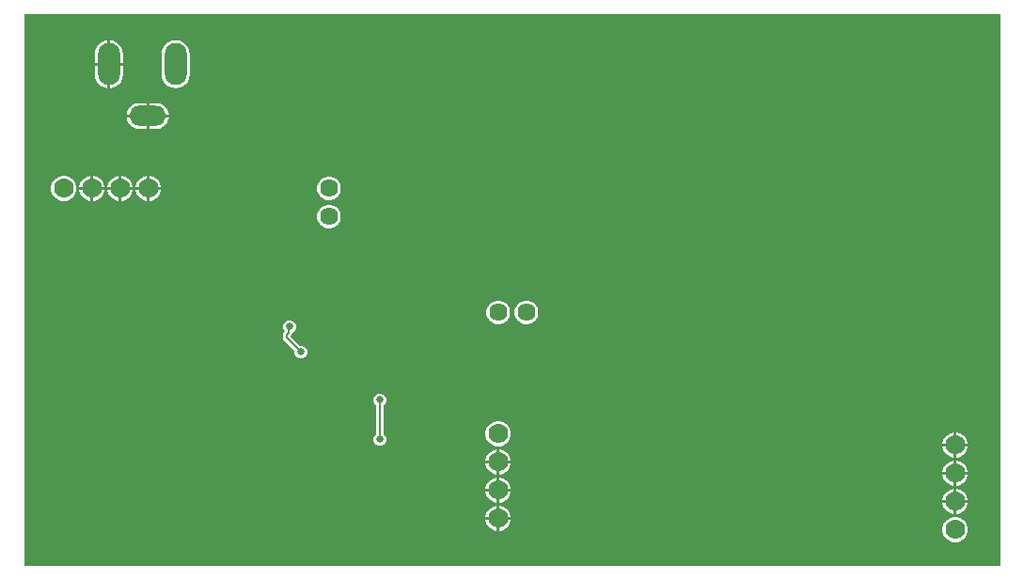
<source format=gbl>
G04*
G04 #@! TF.GenerationSoftware,Altium Limited,Altium Designer,24.1.2 (44)*
G04*
G04 Layer_Physical_Order=2*
G04 Layer_Color=16711680*
%FSLAX25Y25*%
%MOIN*%
G70*
G04*
G04 #@! TF.SameCoordinates,DF6D4255-D543-4343-BE3F-48429236DA3E*
G04*
G04*
G04 #@! TF.FilePolarity,Positive*
G04*
G01*
G75*
%ADD17C,0.00600*%
%ADD31O,0.12992X0.07087*%
%ADD32O,0.07874X0.14961*%
%ADD33C,0.07000*%
%ADD34C,0.06378*%
%ADD35C,0.02500*%
G36*
X347961Y2039D02*
X2039D01*
Y197961D01*
X347961D01*
Y2039D01*
D02*
G37*
%LPC*%
G36*
X32500Y188457D02*
Y180500D01*
X36980D01*
Y183543D01*
X36810Y184832D01*
X36312Y186033D01*
X35521Y187064D01*
X34490Y187856D01*
X33289Y188353D01*
X32500Y188457D01*
D02*
G37*
G36*
X31500D02*
X30711Y188353D01*
X29510Y187856D01*
X28479Y187064D01*
X27687Y186033D01*
X27190Y184832D01*
X27020Y183543D01*
Y180500D01*
X31500D01*
Y188457D01*
D02*
G37*
G36*
X36980Y179500D02*
X32500D01*
Y171543D01*
X33289Y171647D01*
X34490Y172144D01*
X35521Y172936D01*
X36312Y173967D01*
X36810Y175168D01*
X36980Y176457D01*
Y179500D01*
D02*
G37*
G36*
X31500D02*
X27020D01*
Y176457D01*
X27190Y175168D01*
X27687Y173967D01*
X28479Y172936D01*
X29510Y172144D01*
X30711Y171647D01*
X31500Y171543D01*
Y179500D01*
D02*
G37*
G36*
X55622Y188523D02*
X54333Y188353D01*
X53132Y187856D01*
X52101Y187064D01*
X51310Y186033D01*
X50812Y184832D01*
X50642Y183543D01*
Y176457D01*
X50812Y175168D01*
X51310Y173967D01*
X52101Y172936D01*
X53132Y172144D01*
X54333Y171647D01*
X55622Y171477D01*
X56911Y171647D01*
X58112Y172144D01*
X59143Y172936D01*
X59935Y173967D01*
X60432Y175168D01*
X60602Y176457D01*
Y183543D01*
X60432Y184832D01*
X59935Y186033D01*
X59143Y187064D01*
X58112Y187856D01*
X56911Y188353D01*
X55622Y188523D01*
D02*
G37*
G36*
X48732Y166275D02*
X46279D01*
Y162193D01*
X53249D01*
X53159Y162879D01*
X52701Y163984D01*
X51973Y164933D01*
X51024Y165662D01*
X49918Y166119D01*
X48732Y166275D01*
D02*
G37*
G36*
X45279D02*
X42827D01*
X41641Y166119D01*
X40536Y165662D01*
X39586Y164933D01*
X38858Y163984D01*
X38400Y162879D01*
X38310Y162193D01*
X45279D01*
Y166275D01*
D02*
G37*
G36*
X53249Y161193D02*
X46279D01*
Y157110D01*
X48732D01*
X49918Y157267D01*
X51024Y157724D01*
X51973Y158453D01*
X52701Y159402D01*
X53159Y160507D01*
X53249Y161193D01*
D02*
G37*
G36*
X45279D02*
X38310D01*
X38400Y160507D01*
X38858Y159402D01*
X39586Y158453D01*
X40536Y157724D01*
X41641Y157267D01*
X42827Y157110D01*
X45279D01*
Y161193D01*
D02*
G37*
G36*
X46592Y140500D02*
X46500D01*
Y136500D01*
X50500D01*
Y136592D01*
X50193Y137737D01*
X49601Y138763D01*
X48763Y139601D01*
X47737Y140193D01*
X46592Y140500D01*
D02*
G37*
G36*
X45500D02*
X45408D01*
X44263Y140193D01*
X43237Y139601D01*
X42399Y138763D01*
X41807Y137737D01*
X41500Y136592D01*
Y136500D01*
X45500D01*
Y140500D01*
D02*
G37*
G36*
X36592D02*
X36500D01*
Y136500D01*
X40500D01*
Y136592D01*
X40193Y137737D01*
X39601Y138763D01*
X38763Y139601D01*
X37737Y140193D01*
X36592Y140500D01*
D02*
G37*
G36*
X35500D02*
X35408D01*
X34263Y140193D01*
X33237Y139601D01*
X32399Y138763D01*
X31807Y137737D01*
X31500Y136592D01*
Y136500D01*
X35500D01*
Y140500D01*
D02*
G37*
G36*
X26592D02*
X26500D01*
Y136500D01*
X30500D01*
Y136592D01*
X30193Y137737D01*
X29601Y138763D01*
X28763Y139601D01*
X27737Y140193D01*
X26592Y140500D01*
D02*
G37*
G36*
X25500D02*
X25408D01*
X24263Y140193D01*
X23237Y139601D01*
X22399Y138763D01*
X21807Y137737D01*
X21500Y136592D01*
Y136500D01*
X25500D01*
Y140500D01*
D02*
G37*
G36*
X110552Y140189D02*
X109449D01*
X108383Y139903D01*
X107428Y139352D01*
X106648Y138572D01*
X106096Y137617D01*
X105811Y136551D01*
Y135449D01*
X106096Y134383D01*
X106648Y133428D01*
X107428Y132648D01*
X108383Y132097D01*
X109449Y131811D01*
X110552D01*
X111617Y132097D01*
X112572Y132648D01*
X113352Y133428D01*
X113903Y134383D01*
X114189Y135449D01*
Y136551D01*
X113903Y137617D01*
X113352Y138572D01*
X112572Y139352D01*
X111617Y139903D01*
X110552Y140189D01*
D02*
G37*
G36*
X50500Y135500D02*
X46500D01*
Y131500D01*
X46592D01*
X47737Y131807D01*
X48763Y132399D01*
X49601Y133237D01*
X50193Y134263D01*
X50500Y135408D01*
Y135500D01*
D02*
G37*
G36*
X45500D02*
X41500D01*
Y135408D01*
X41807Y134263D01*
X42399Y133237D01*
X43237Y132399D01*
X44263Y131807D01*
X45408Y131500D01*
X45500D01*
Y135500D01*
D02*
G37*
G36*
X40500D02*
X36500D01*
Y131500D01*
X36592D01*
X37737Y131807D01*
X38763Y132399D01*
X39601Y133237D01*
X40193Y134263D01*
X40500Y135408D01*
Y135500D01*
D02*
G37*
G36*
X35500D02*
X31500D01*
Y135408D01*
X31807Y134263D01*
X32399Y133237D01*
X33237Y132399D01*
X34263Y131807D01*
X35408Y131500D01*
X35500D01*
Y135500D01*
D02*
G37*
G36*
X30500D02*
X26500D01*
Y131500D01*
X26592D01*
X27737Y131807D01*
X28763Y132399D01*
X29601Y133237D01*
X30193Y134263D01*
X30500Y135408D01*
Y135500D01*
D02*
G37*
G36*
X25500D02*
X21500D01*
Y135408D01*
X21807Y134263D01*
X22399Y133237D01*
X23237Y132399D01*
X24263Y131807D01*
X25408Y131500D01*
X25500D01*
Y135500D01*
D02*
G37*
G36*
X16592Y140500D02*
X15408D01*
X14263Y140193D01*
X13237Y139601D01*
X12399Y138763D01*
X11807Y137737D01*
X11500Y136592D01*
Y135408D01*
X11807Y134263D01*
X12399Y133237D01*
X13237Y132399D01*
X14263Y131807D01*
X15408Y131500D01*
X16592D01*
X17737Y131807D01*
X18763Y132399D01*
X19601Y133237D01*
X20193Y134263D01*
X20500Y135408D01*
Y136592D01*
X20193Y137737D01*
X19601Y138763D01*
X18763Y139601D01*
X17737Y140193D01*
X16592Y140500D01*
D02*
G37*
G36*
X110552Y130189D02*
X109449D01*
X108383Y129903D01*
X107428Y129352D01*
X106648Y128572D01*
X106096Y127617D01*
X105811Y126551D01*
Y125449D01*
X106096Y124383D01*
X106648Y123428D01*
X107428Y122648D01*
X108383Y122097D01*
X109449Y121811D01*
X110552D01*
X111617Y122097D01*
X112572Y122648D01*
X113352Y123428D01*
X113903Y124383D01*
X114189Y125449D01*
Y126551D01*
X113903Y127617D01*
X113352Y128572D01*
X112572Y129352D01*
X111617Y129903D01*
X110552Y130189D01*
D02*
G37*
G36*
X180552Y96189D02*
X179448D01*
X178383Y95903D01*
X177428Y95352D01*
X176648Y94572D01*
X176096Y93617D01*
X175811Y92551D01*
Y91448D01*
X176096Y90383D01*
X176648Y89428D01*
X177428Y88648D01*
X178383Y88096D01*
X179448Y87811D01*
X180552D01*
X181617Y88096D01*
X182572Y88648D01*
X183352Y89428D01*
X183904Y90383D01*
X184189Y91448D01*
Y92551D01*
X183904Y93617D01*
X183352Y94572D01*
X182572Y95352D01*
X181617Y95903D01*
X180552Y96189D01*
D02*
G37*
G36*
X170552D02*
X169448D01*
X168383Y95903D01*
X167428Y95352D01*
X166648Y94572D01*
X166096Y93617D01*
X165811Y92551D01*
Y91448D01*
X166096Y90383D01*
X166648Y89428D01*
X167428Y88648D01*
X168383Y88096D01*
X169448Y87811D01*
X170552D01*
X171617Y88096D01*
X172572Y88648D01*
X173352Y89428D01*
X173904Y90383D01*
X174189Y91448D01*
Y92551D01*
X173904Y93617D01*
X173352Y94572D01*
X172572Y95352D01*
X171617Y95903D01*
X170552Y96189D01*
D02*
G37*
G36*
X96448Y89250D02*
X95552D01*
X94726Y88907D01*
X94093Y88275D01*
X93750Y87448D01*
Y86552D01*
X94093Y85725D01*
X94311Y85507D01*
Y85428D01*
X94063Y85180D01*
X93775Y84750D01*
X93674Y84243D01*
Y83000D01*
X93775Y82493D01*
X94063Y82063D01*
X97750Y78376D01*
Y77552D01*
X98093Y76726D01*
X98725Y76092D01*
X99552Y75750D01*
X100448D01*
X101275Y76092D01*
X101908Y76726D01*
X102250Y77552D01*
Y78448D01*
X101908Y79274D01*
X101275Y79908D01*
X100448Y80250D01*
X99625D01*
X96325Y83549D01*
Y83694D01*
X96574Y83942D01*
X96861Y84372D01*
X96962Y84879D01*
Y84963D01*
X97275Y85093D01*
X97908Y85725D01*
X98250Y86552D01*
Y87448D01*
X97908Y88275D01*
X97275Y88907D01*
X96448Y89250D01*
D02*
G37*
G36*
X332592Y49500D02*
X332500D01*
Y45500D01*
X336500D01*
Y45592D01*
X336193Y46737D01*
X335601Y47763D01*
X334763Y48601D01*
X333737Y49193D01*
X332592Y49500D01*
D02*
G37*
G36*
X331500D02*
X331408D01*
X330263Y49193D01*
X329237Y48601D01*
X328399Y47763D01*
X327807Y46737D01*
X327500Y45592D01*
Y45500D01*
X331500D01*
Y49500D01*
D02*
G37*
G36*
X128448Y63250D02*
X127552D01*
X126725Y62907D01*
X126093Y62274D01*
X125750Y61448D01*
Y60552D01*
X126093Y59725D01*
X126674Y59144D01*
Y48856D01*
X126093Y48274D01*
X125750Y47448D01*
Y46552D01*
X126093Y45726D01*
X126725Y45092D01*
X127552Y44750D01*
X128448D01*
X129274Y45092D01*
X129908Y45726D01*
X130250Y46552D01*
Y47448D01*
X129908Y48274D01*
X129325Y48856D01*
Y59144D01*
X129908Y59725D01*
X130250Y60552D01*
Y61448D01*
X129908Y62274D01*
X129274Y62907D01*
X128448Y63250D01*
D02*
G37*
G36*
X170592Y53500D02*
X169408D01*
X168263Y53193D01*
X167237Y52601D01*
X166399Y51763D01*
X165807Y50737D01*
X165500Y49592D01*
Y48408D01*
X165807Y47263D01*
X166399Y46237D01*
X167237Y45399D01*
X168263Y44807D01*
X169408Y44500D01*
X170592D01*
X171737Y44807D01*
X172763Y45399D01*
X173601Y46237D01*
X174193Y47263D01*
X174500Y48408D01*
Y49592D01*
X174193Y50737D01*
X173601Y51763D01*
X172763Y52601D01*
X171737Y53193D01*
X170592Y53500D01*
D02*
G37*
G36*
X336500Y44500D02*
X332500D01*
Y40500D01*
X332592D01*
X333737Y40807D01*
X334763Y41399D01*
X335601Y42237D01*
X336193Y43263D01*
X336500Y44408D01*
Y44500D01*
D02*
G37*
G36*
X331500D02*
X327500D01*
Y44408D01*
X327807Y43263D01*
X328399Y42237D01*
X329237Y41399D01*
X330263Y40807D01*
X331408Y40500D01*
X331500D01*
Y44500D01*
D02*
G37*
G36*
X170592Y43500D02*
X170500D01*
Y39500D01*
X174500D01*
Y39592D01*
X174193Y40737D01*
X173601Y41763D01*
X172763Y42601D01*
X171737Y43193D01*
X170592Y43500D01*
D02*
G37*
G36*
X169500D02*
X169408D01*
X168263Y43193D01*
X167237Y42601D01*
X166399Y41763D01*
X165807Y40737D01*
X165500Y39592D01*
Y39500D01*
X169500D01*
Y43500D01*
D02*
G37*
G36*
X332592Y39500D02*
X332500D01*
Y35500D01*
X336500D01*
Y35592D01*
X336193Y36737D01*
X335601Y37763D01*
X334763Y38601D01*
X333737Y39193D01*
X332592Y39500D01*
D02*
G37*
G36*
X331500D02*
X331408D01*
X330263Y39193D01*
X329237Y38601D01*
X328399Y37763D01*
X327807Y36737D01*
X327500Y35592D01*
Y35500D01*
X331500D01*
Y39500D01*
D02*
G37*
G36*
X174500Y38500D02*
X170500D01*
Y34500D01*
X170592D01*
X171737Y34807D01*
X172763Y35399D01*
X173601Y36237D01*
X174193Y37263D01*
X174500Y38408D01*
Y38500D01*
D02*
G37*
G36*
X169500D02*
X165500D01*
Y38408D01*
X165807Y37263D01*
X166399Y36237D01*
X167237Y35399D01*
X168263Y34807D01*
X169408Y34500D01*
X169500D01*
Y38500D01*
D02*
G37*
G36*
X336500Y34500D02*
X332500D01*
Y30500D01*
X332592D01*
X333737Y30807D01*
X334763Y31399D01*
X335601Y32237D01*
X336193Y33263D01*
X336500Y34408D01*
Y34500D01*
D02*
G37*
G36*
X331500D02*
X327500D01*
Y34408D01*
X327807Y33263D01*
X328399Y32237D01*
X329237Y31399D01*
X330263Y30807D01*
X331408Y30500D01*
X331500D01*
Y34500D01*
D02*
G37*
G36*
X170592Y33500D02*
X170500D01*
Y29500D01*
X174500D01*
Y29592D01*
X174193Y30737D01*
X173601Y31763D01*
X172763Y32601D01*
X171737Y33193D01*
X170592Y33500D01*
D02*
G37*
G36*
X169500D02*
X169408D01*
X168263Y33193D01*
X167237Y32601D01*
X166399Y31763D01*
X165807Y30737D01*
X165500Y29592D01*
Y29500D01*
X169500D01*
Y33500D01*
D02*
G37*
G36*
X332592Y29500D02*
X332500D01*
Y25500D01*
X336500D01*
Y25592D01*
X336193Y26737D01*
X335601Y27763D01*
X334763Y28601D01*
X333737Y29193D01*
X332592Y29500D01*
D02*
G37*
G36*
X331500D02*
X331408D01*
X330263Y29193D01*
X329237Y28601D01*
X328399Y27763D01*
X327807Y26737D01*
X327500Y25592D01*
Y25500D01*
X331500D01*
Y29500D01*
D02*
G37*
G36*
X174500Y28500D02*
X170500D01*
Y24500D01*
X170592D01*
X171737Y24807D01*
X172763Y25399D01*
X173601Y26237D01*
X174193Y27263D01*
X174500Y28408D01*
Y28500D01*
D02*
G37*
G36*
X169500D02*
X165500D01*
Y28408D01*
X165807Y27263D01*
X166399Y26237D01*
X167237Y25399D01*
X168263Y24807D01*
X169408Y24500D01*
X169500D01*
Y28500D01*
D02*
G37*
G36*
X336500Y24500D02*
X332500D01*
Y20500D01*
X332592D01*
X333737Y20807D01*
X334763Y21399D01*
X335601Y22237D01*
X336193Y23263D01*
X336500Y24408D01*
Y24500D01*
D02*
G37*
G36*
X331500D02*
X327500D01*
Y24408D01*
X327807Y23263D01*
X328399Y22237D01*
X329237Y21399D01*
X330263Y20807D01*
X331408Y20500D01*
X331500D01*
Y24500D01*
D02*
G37*
G36*
X170592Y23500D02*
X170500D01*
Y19500D01*
X174500D01*
Y19592D01*
X174193Y20737D01*
X173601Y21763D01*
X172763Y22601D01*
X171737Y23193D01*
X170592Y23500D01*
D02*
G37*
G36*
X169500D02*
X169408D01*
X168263Y23193D01*
X167237Y22601D01*
X166399Y21763D01*
X165807Y20737D01*
X165500Y19592D01*
Y19500D01*
X169500D01*
Y23500D01*
D02*
G37*
G36*
X174500Y18500D02*
X170500D01*
Y14500D01*
X170592D01*
X171737Y14807D01*
X172763Y15399D01*
X173601Y16237D01*
X174193Y17263D01*
X174500Y18408D01*
Y18500D01*
D02*
G37*
G36*
X169500D02*
X165500D01*
Y18408D01*
X165807Y17263D01*
X166399Y16237D01*
X167237Y15399D01*
X168263Y14807D01*
X169408Y14500D01*
X169500D01*
Y18500D01*
D02*
G37*
G36*
X332592Y19500D02*
X331408D01*
X330263Y19193D01*
X329237Y18601D01*
X328399Y17763D01*
X327807Y16737D01*
X327500Y15592D01*
Y14408D01*
X327807Y13263D01*
X328399Y12237D01*
X329237Y11399D01*
X330263Y10807D01*
X331408Y10500D01*
X332592D01*
X333737Y10807D01*
X334763Y11399D01*
X335601Y12237D01*
X336193Y13263D01*
X336500Y14408D01*
Y15592D01*
X336193Y16737D01*
X335601Y17763D01*
X334763Y18601D01*
X333737Y19193D01*
X332592Y19500D01*
D02*
G37*
%LPD*%
D17*
X95636Y86637D02*
X96000Y87000D01*
X95636Y84879D02*
Y86637D01*
X95000Y84243D02*
X95636Y84879D01*
X95000Y83000D02*
Y84243D01*
Y83000D02*
X100000Y78000D01*
X128000Y47000D02*
Y61000D01*
D31*
X45779Y161693D02*
D03*
D32*
X32000Y180000D02*
D03*
X55622D02*
D03*
D33*
X36000Y136000D02*
D03*
X46000D02*
D03*
X16000D02*
D03*
X26000D02*
D03*
X170000Y29000D02*
D03*
Y19000D02*
D03*
Y49000D02*
D03*
Y39000D02*
D03*
X332000Y25000D02*
D03*
Y15000D02*
D03*
Y45000D02*
D03*
Y35000D02*
D03*
D34*
X110000Y126000D02*
D03*
Y136000D02*
D03*
X170000Y92000D02*
D03*
X180000D02*
D03*
D35*
X96000Y87000D02*
D03*
X100000Y78000D02*
D03*
X128000Y47000D02*
D03*
Y61000D02*
D03*
X180000Y173000D02*
D03*
X86000Y157000D02*
D03*
X74000Y90000D02*
D03*
X306000Y37000D02*
D03*
X278000Y38000D02*
D03*
X248000D02*
D03*
X218000D02*
D03*
X149000Y92000D02*
D03*
X47000Y21000D02*
D03*
M02*

</source>
